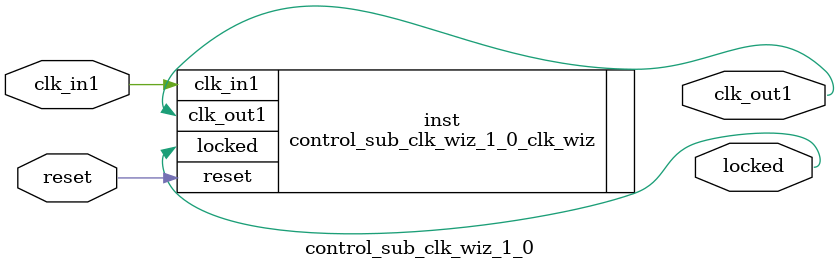
<source format=v>


`timescale 1ps/1ps

(* CORE_GENERATION_INFO = "control_sub_clk_wiz_1_0,clk_wiz_v6_0_1_0_0,{component_name=control_sub_clk_wiz_1_0,use_phase_alignment=true,use_min_o_jitter=false,use_max_i_jitter=false,use_dyn_phase_shift=false,use_inclk_switchover=false,use_dyn_reconfig=false,enable_axi=0,feedback_source=FDBK_AUTO,PRIMITIVE=MMCM,num_out_clk=1,clkin1_period=10.000,clkin2_period=10.000,use_power_down=false,use_reset=true,use_locked=true,use_inclk_stopped=false,feedback_type=SINGLE,CLOCK_MGR_TYPE=NA,manual_override=false}" *)

module control_sub_clk_wiz_1_0 
 (
  // Clock out ports
  output        clk_out1,
  // Status and control signals
  input         reset,
  output        locked,
 // Clock in ports
  input         clk_in1
 );

  control_sub_clk_wiz_1_0_clk_wiz inst
  (
  // Clock out ports  
  .clk_out1(clk_out1),
  // Status and control signals               
  .reset(reset), 
  .locked(locked),
 // Clock in ports
  .clk_in1(clk_in1)
  );

endmodule

</source>
